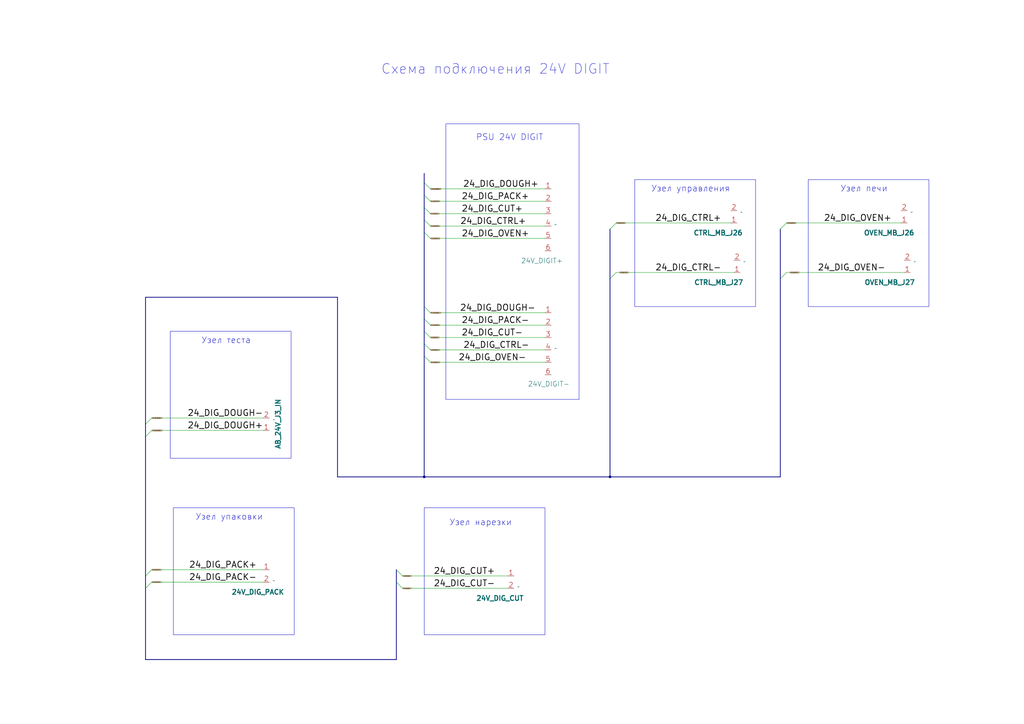
<source format=kicad_sch>
(kicad_sch (version 20231120) (generator "eeschema") (generator_version "8.0")
  (paper "A3")
  (lib_symbols
    (symbol "Connector:Conn_01x02_(wide)"
      (property "Reference" "J" (at 0 0 0))
      (symbol "Conn_01x02_(wide)_1_1"
        (pin input line (at -2.54 -5.08 0) (length 2.54) (name "") (number "1"))
        (pin input line (at -2.54 -10.16 0) (length 2.54) (name "") (number "2"))
      )
    )
    (symbol "Connector:Conn_01x06_(wide)"
      (property "Reference" "J" (at 0 0 0))
      (symbol "Conn_01x06_(wide)_1_1"
        (pin input line (at -2.54 -5.08 0) (length 2.54) (name "") (number "1"))
        (pin input line (at -2.54 -10.16 0) (length 2.54) (name "") (number "2"))
        (pin input line (at -2.54 -15.24 0) (length 2.54) (name "") (number "3"))
        (pin input line (at -2.54 -20.32 0) (length 2.54) (name "") (number "4"))
        (pin input line (at -2.54 -25.4 0) (length 2.54) (name "") (number "5"))
        (pin input line (at -2.54 -30.48 0) (length 2.54) (name "") (number "6"))
      )
    )
  )
  (junction (at 173.99 195.58))
  (junction (at 250.19 195.58))
  (bus_entry (at 162.56 233.68) (size 2.54 2.54))
  (bus_entry (at 173.99 130.81) (size 2.54 2.54))
  (bus_entry (at 59.69 179.07) (size 2.54 -2.54))
  (bus_entry (at 59.69 241.3) (size 2.54 -2.54))
  (bus_entry (at 320.04 93.98) (size 2.54 -2.54))
  (bus_entry (at 173.99 125.73) (size 2.54 2.54))
  (bus_entry (at 320.04 114.3) (size 2.54 -2.54))
  (bus_entry (at 162.56 238.76) (size 2.54 2.54))
  (bus_entry (at 173.99 74.93) (size 2.54 2.54))
  (bus_entry (at 173.99 135.89) (size 2.54 2.54))
  (bus_entry (at 250.19 114.3) (size 2.54 -2.54))
  (bus_entry (at 173.99 90.17) (size 2.54 2.54))
  (bus_entry (at 59.69 236.22) (size 2.54 -2.54))
  (bus_entry (at 173.99 80.01) (size 2.54 2.54))
  (bus_entry (at 173.99 95.25) (size 2.54 2.54))
  (bus_entry (at 173.99 140.97) (size 2.54 2.54))
  (bus_entry (at 250.19 93.98) (size 2.54 -2.54))
  (bus_entry (at 59.69 173.99) (size 2.54 -2.54))
  (bus_entry (at 173.99 85.09) (size 2.54 2.54))
  (bus_entry (at 173.99 146.05) (size 2.54 2.54))
  (bus (pts (xy 173.99 140.97) (xy 173.99 146.05)))
  (wire (pts (xy 252.73 91.44) (xy 299.72 91.44)))
  (bus (pts (xy 250.19 114.3) (xy 250.19 195.58)))
  (wire (pts (xy 176.53 82.55) (xy 223.52 82.55)))
  (wire (pts (xy 62.23 176.53) (xy 107.95 176.53)))
  (wire (pts (xy 176.53 128.27) (xy 223.52 128.27)))
  (bus (pts (xy 173.99 125.73) (xy 173.99 130.81)))
  (bus (pts (xy 173.99 195.58) (xy 250.19 195.58)))
  (bus (pts (xy 173.99 146.05) (xy 173.99 195.58)))
  (wire (pts (xy 176.53 97.79) (xy 223.52 97.79)))
  (wire (pts (xy 62.23 238.76) (xy 107.95 238.76)))
  (wire (pts (xy 322.58 91.44) (xy 369.57 91.44)))
  (wire (pts (xy 176.53 77.47) (xy 223.52 77.47)))
  (bus (pts (xy 162.56 270.51) (xy 59.69 270.51)))
  (bus (pts (xy 320.04 114.3) (xy 320.04 195.58)))
  (bus (pts (xy 173.99 71.12) (xy 173.99 74.93)))
  (bus (pts (xy 250.19 93.98) (xy 250.19 114.3)))
  (wire (pts (xy 176.53 148.59) (xy 223.52 148.59)))
  (bus (pts (xy 138.43 121.92) (xy 138.43 195.58)))
  (bus (pts (xy 173.99 135.89) (xy 173.99 140.97)))
  (bus (pts (xy 173.99 95.25) (xy 173.99 125.73)))
  (wire (pts (xy 62.23 171.45) (xy 107.95 171.45)))
  (bus (pts (xy 162.56 238.76) (xy 162.56 270.51)))
  (bus (pts (xy 173.99 90.17) (xy 173.99 95.25)))
  (bus (pts (xy 59.69 173.99) (xy 59.69 121.92)))
  (wire (pts (xy 176.53 133.35) (xy 223.52 133.35)))
  (bus (pts (xy 173.99 85.09) (xy 173.99 90.17)))
  (wire (pts (xy 176.53 87.63) (xy 223.52 87.63)))
  (wire (pts (xy 252.73 111.76) (xy 300.99 111.76)))
  (wire (pts (xy 62.23 233.68) (xy 107.95 233.68)))
  (bus (pts (xy 138.43 195.58) (xy 173.99 195.58)))
  (bus (pts (xy 59.69 121.92) (xy 138.43 121.92)))
  (bus (pts (xy 59.69 179.07) (xy 59.69 173.99)))
  (bus (pts (xy 162.56 233.68) (xy 162.56 238.76)))
  (bus (pts (xy 59.69 270.51) (xy 59.69 241.3)))
  (wire (pts (xy 176.53 138.43) (xy 223.52 138.43)))
  (bus (pts (xy 173.99 74.93) (xy 173.99 80.01)))
  (wire (pts (xy 165.1 236.22) (xy 208.28 236.22)))
  (bus (pts (xy 173.99 80.01) (xy 173.99 85.09)))
  (bus (pts (xy 320.04 93.98) (xy 320.04 114.3)))
  (bus (pts (xy 173.99 130.81) (xy 173.99 135.89)))
  (wire (pts (xy 370.84 111.76) (xy 322.58 111.76)))
  (bus (pts (xy 59.69 236.22) (xy 59.69 241.3)))
  (wire (pts (xy 176.53 143.51) (xy 223.52 143.51)))
  (wire (pts (xy 176.53 92.71) (xy 223.52 92.71)))
  (bus (pts (xy 59.69 236.22) (xy 59.69 179.07)))
  (wire (pts (xy 165.1 241.3) (xy 208.28 241.3)))
  (bus (pts (xy 320.04 195.58) (xy 250.19 195.58)))
  (rectangle (start 260.35 73.66) (end 309.88 125.73))
  (rectangle (start 331.47 73.66) (end 381 125.73))
  (rectangle (start 69.85 135.89) (end 119.38 187.96))
  (rectangle (start 182.88 50.8) (end 237.49 163.83))
  (rectangle (start 71.12 208.28) (end 120.65 260.35))
  (rectangle (start 173.99 208.28) (end 223.52 260.35))
  (text "Узел управления" (at 283.21 77.47 0) (effects (font (size 2.5 2.5))))
  (text "Узел нарезки" (at 197.104 214.376 0) (effects (font (size 2.5 2.5))))
  (text "Узел теста" (at 92.71 139.7 0) (effects (font (size 2.5 2.5))))
  (text "Узел упаковки" (at 93.98 212.09 0) (effects (font (size 2.5 2.5))))
  (text "Узел печи" (at 354.33 77.47 0) (effects (font (size 2.5 2.5))))
  (text "Схема подключения 24V DIGIT" (at 203.2 28.448 0) (effects (font (size 4 4))))
  (text "PSU 24V DIGIT" (at 209.042 56.388 0) (effects (font (size 2.5 2.5))))
  (label "24_DIG_CTRL-" (at 295.91 111.76 180) (effects (font (size 2.5 2.5) (thickness 0.3125))))
  (label "24_DIG_CUT+" (at 189.23 87.63 0) (effects (font (size 2.5 2.5) (thickness 0.3125))))
  (label "24_DIG_DOUGH-" (at 219.71 128.27 180) (effects (font (size 2.5 2.5) (thickness 0.3125))))
  (label "24_DIG_PACK+" (at 77.47 233.68 0) (effects (font (size 2.5 2.5) (thickness 0.3125))))
  (label "24_DIG_OVEN-" (at 215.9 148.59 180) (effects (font (size 2.5 2.5) (thickness 0.3125))))
  (label "24_DIG_CTRL+" (at 295.91 91.44 180) (effects (font (size 2.5 2.5) (thickness 0.3125))))
  (label "24_DIG_OVEN-" (at 363.22 111.76 180) (effects (font (size 2.5 2.5) (thickness 0.3125))))
  (label "24_DIG_OVEN+" (at 217.17 97.79 180) (effects (font (size 2.5 2.5) (thickness 0.3125))))
  (label "24_DIG_CUT-" (at 189.23 138.43 0) (effects (font (size 2.5 2.5) (thickness 0.3125))))
  (label "24_DIG_PACK+" (at 189.23 82.55 0) (effects (font (size 2.5 2.5) (thickness 0.3125))))
  (label "24_DIG_CUT+" (at 177.8 236.22 0) (effects (font (size 2.5 2.5) (thickness 0.3125))))
  (label "24_DIG_PACK-" (at 77.47 238.76 0) (effects (font (size 2.5 2.5) (thickness 0.3125))))
  (label "24_DIG_PACK-" (at 189.23 133.35 0) (effects (font (size 2.5 2.5) (thickness 0.3125))))
  (label "24_DIG_DOUGH+" (at 107.95 176.53 180) (effects (font (size 2.5 2.5) (thickness 0.3125))))
  (label "24_DIG_CTRL+" (at 215.9 92.71 180) (effects (font (size 2.5 2.5) (thickness 0.3125))))
  (label "24_DIG_OVEN+" (at 365.76 91.44 180) (effects (font (size 2.5 2.5) (thickness 0.3125))))
  (label "24_DIG_DOUGH-" (at 107.95 171.45 180) (effects (font (size 2.5 2.5) (thickness 0.3125))))
  (label "24_DIG_CTRL-" (at 217.17 143.51 180) (effects (font (size 2.5 2.5) (thickness 0.3125))))
  (label "24_DIG_CUT-" (at 177.8 241.3 0) (effects (font (size 2.5 2.5) (thickness 0.3125))))
  (label "24_DIG_DOUGH+" (at 220.98 77.47 180) (effects (font (size 2.5 2.5) (thickness 0.3125))))
  (global_label "24_DIG_CTRL+" (shape input) (at 252.73 91.44 0) (effects (font (size 0.3 0.3))) (property "Intersheetrefs" "${INTERSHEET_REFS}" (effects (hide yes))))
  (global_label "24_DIG_OVEN+" (shape input) (at 322.58 91.44 0) (effects (font (size 0.3 0.3))) (property "Intersheetrefs" "${INTERSHEET_REFS}" (effects (hide yes))))
  (global_label "24_DIG_CUT-" (shape input) (at 165.1 241.3 0) (effects (font (size 0.3 0.3))) (property "Intersheetrefs" "${INTERSHEET_REFS}" (effects (hide yes))))
  (global_label "24_DIG_CTRL-" (shape input) (at 254 111.76 0) (effects (font (size 0.3 0.3))) (property "Intersheetrefs" "${INTERSHEET_REFS}" (effects (hide yes))))
  (global_label "24_DIG_OVEN+" (shape input) (at 176.53 97.79 0) (effects (font (size 0.3 0.3))) (property "Intersheetrefs" "${INTERSHEET_REFS}" (effects (hide yes))))
  (global_label "24_DIG_DOUGH+" (shape input) (at 62.23 176.53 0) (effects (font (size 0.3 0.3))) (property "Intersheetrefs" "${INTERSHEET_REFS}" (effects (hide yes))))
  (global_label "24_DIG_PACK-" (shape input) (at 62.23 238.76 0) (effects (font (size 0.3 0.3))) (property "Intersheetrefs" "${INTERSHEET_REFS}" (effects (hide yes))))
  (global_label "24_DIG_OVEN-" (shape input) (at 176.53 148.59 0) (effects (font (size 0.3 0.3))) (property "Intersheetrefs" "${INTERSHEET_REFS}" (effects (hide yes))))
  (global_label "24_DIG_CTRL+" (shape input) (at 176.53 92.71 0) (effects (font (size 0.3 0.3))) (property "Intersheetrefs" "${INTERSHEET_REFS}" (effects (hide yes))))
  (global_label "24_DIG_CTRL-" (shape input) (at 176.53 143.51 0) (effects (font (size 0.3 0.3))) (property "Intersheetrefs" "${INTERSHEET_REFS}" (effects (hide yes))))
  (global_label "24_DIG_DOUGH+" (shape input) (at 176.53 77.47 0) (effects (font (size 0.3 0.3))) (property "Intersheetrefs" "${INTERSHEET_REFS}" (effects (hide yes))))
  (global_label "24_DIG_PACK-" (shape input) (at 176.53 133.35 0) (effects (font (size 0.3 0.3))) (property "Intersheetrefs" "${INTERSHEET_REFS}" (effects (hide yes))))
  (global_label "24_DIG_DOUGH-" (shape input) (at 62.23 171.45 0) (effects (font (size 0.3 0.3))) (property "Intersheetrefs" "${INTERSHEET_REFS}" (effects (hide yes))))
  (global_label "24_DIG_CUT+" (shape input) (at 176.53 87.63 0) (effects (font (size 0.3 0.3))) (property "Intersheetrefs" "${INTERSHEET_REFS}" (effects (hide yes))))
  (global_label "24_DIG_PACK+" (shape input) (at 176.53 82.55 0) (effects (font (size 0.3 0.3))) (property "Intersheetrefs" "${INTERSHEET_REFS}" (effects (hide yes))))
  (global_label "24_DIG_CUT-" (shape input) (at 176.53 138.43 0) (effects (font (size 0.3 0.3))) (property "Intersheetrefs" "${INTERSHEET_REFS}" (effects (hide yes))))
  (global_label "24_DIG_CUT+" (shape input) (at 165.1 236.22 0) (effects (font (size 0.3 0.3))) (property "Intersheetrefs" "${INTERSHEET_REFS}" (effects (hide yes))))
  (global_label "24_DIG_PACK+" (shape input) (at 62.23 233.68 0) (effects (font (size 0.3 0.3))) (property "Intersheetrefs" "${INTERSHEET_REFS}" (effects (hide yes))))
  (global_label "24_DIG_DOUGH-" (shape input) (at 176.53 128.27 0) (effects (font (size 0.3 0.3))) (property "Intersheetrefs" "${INTERSHEET_REFS}" (effects (hide yes))))
  (global_label "24_DIG_OVEN-" (shape input) (at 323.85 111.76 0) (effects (font (size 0.3 0.3))) (property "Intersheetrefs" "${INTERSHEET_REFS}" (effects (hide yes))))
  (symbol (lib_id "Connector:Conn_01x06_(wide)") (at 226.06 123.19 0) (unit 1)
    (property "Reference" "24V_DIGIT-" (at 216.408 157.48 0) (effects (font (size 2 2)) (justify left)))
    (property "Value" "~" (at 227.33 142.875 0) (effects (justify left)))
  )
  (symbol (lib_id "Connector:Conn_01x06_(wide)") (at 226.06 72.39 0) (unit 1)
    (property "Reference" "24V_DIGIT+" (at 213.614 106.934 0) (effects (font (size 2 2)) (justify left)))
    (property "Value" "~" (at 227.33 92.075 0) (effects (justify left)))
  )
  (symbol (lib_id "Connector:Conn_01x02_(wide)") (at 302.26 96.52 0) (mirror x) (unit 1)
    (property "Reference" "CTRL_MB_J26" (at 284.226 95.504 0) (effects (font (size 2 2) (thickness 0.4) (bold yes)) (justify left)))
    (property "Value" "~" (at 303.53 86.995 0) (effects (justify left)))
  )
  (symbol (lib_id "Connector:Conn_01x02_(wide)") (at 372.11 96.52 0) (mirror x) (unit 1)
    (property "Reference" "OVEN_MB_J26" (at 354.076 95.504 0) (effects (font (size 2 2) (thickness 0.4) (bold yes)) (justify left)))
    (property "Value" "~" (at 373.38 86.995 0) (effects (justify left)))
  )
  (symbol (lib_id "Connector:Conn_01x02_(wide)") (at 210.82 231.14 0) (unit 1)
    (property "Reference" "24V_DIG_CUT" (at 195.072 245.364 0) (effects (font (size 2 2) (thickness 0.4) (bold yes)) (justify left)))
    (property "Value" "~" (at 212.09 240.665 0) (effects (justify left)))
  )
  (symbol (lib_id "Connector:Conn_01x02_(wide)") (at 110.49 228.6 0) (unit 1)
    (property "Reference" "24V_DIG_PACK" (at 94.742 242.824 0) (effects (font (size 2 2) (thickness 0.4) (bold yes)) (justify left)))
    (property "Value" "~" (at 111.76 238.125 0) (effects (justify left)))
  )
  (symbol (lib_id "Connector:Conn_01x02_(wide)") (at 110.49 181.61 0) (mirror x) (unit 1)
    (property "Reference" "AB_24V_J3_IN" (at 114.046 163.322 90) (effects (font (size 2 2) (thickness 0.4) (bold yes)) (justify left)))
    (property "Value" "~" (at 111.76 172.085 0) (effects (justify left)))
  )
  (symbol (lib_id "Connector:Conn_01x02_(wide)") (at 303.53 116.84 0) (mirror x) (unit 1)
    (property "Reference" "CTRL_MB_J27" (at 284.48 115.824 0) (effects (font (size 2 2) (thickness 0.4) (bold yes)) (justify left)))
    (property "Value" "~" (at 304.8 107.315 0) (effects (justify left)))
  )
  (symbol (lib_id "Connector:Conn_01x02_(wide)") (at 373.38 116.84 0) (mirror x) (unit 1)
    (property "Reference" "OVEN_MB_J27" (at 354.33 115.824 0) (effects (font (size 2 2) (thickness 0.4) (bold yes)) (justify left)))
    (property "Value" "~" (at 374.65 107.315 0) (effects (justify left)))
  )
)
</source>
